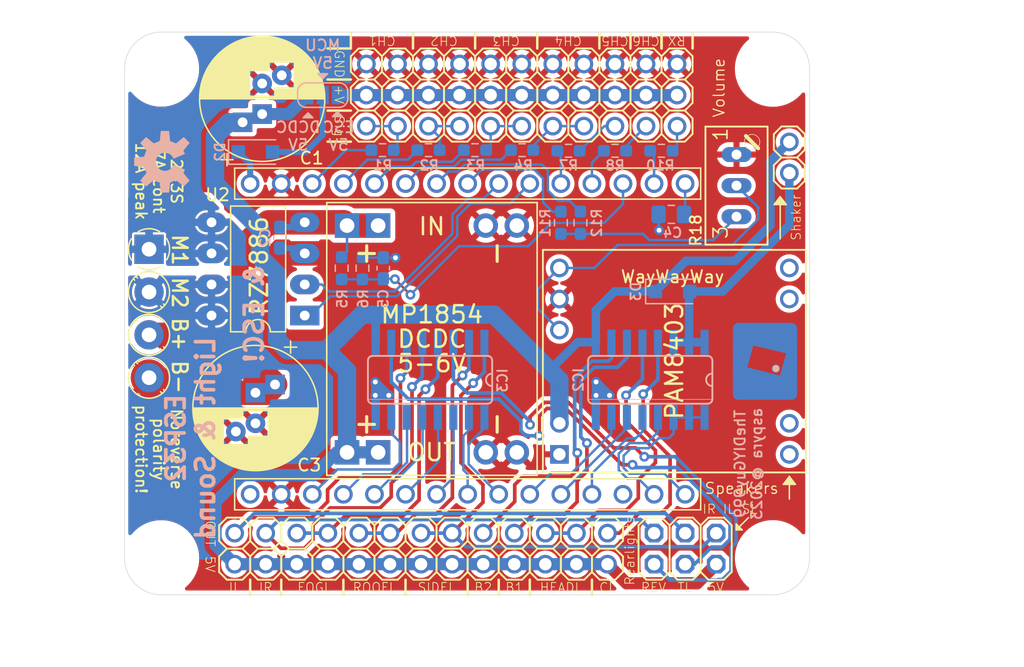
<source format=kicad_pcb>
(kicad_pcb (version 20211014) (generator pcbnew)
  (layers (0 "F.Cu" signal) (31 "B.Cu" signal) (34 "B.Paste" user) (35 "F.Paste" user) (36 "B.SilkS" user "B.Silkscreen") (37 "F.SilkS" user "F.Silkscreen") (38 "B.Mask" user) (39 "F.Mask" user) (44 "Edge.Cuts" user))
  (net 0 "")
  (net 1 "Net-(C4-Pad2)")
  (net 2 "GND")
  (net 3 "/5V")
  (net 4 "/SHAKER")
  (net 5 "/D23")
  (net 6 "/CABINLIGHTS")
  (net 7 "/D22")
  (net 8 "/HEADLIGHTS")
  (net 9 "/BEACONLIGHT1")
  (net 10 "/D3")
  (net 11 "/D21")
  (net 12 "/BEACONLIGHT2")
  (net 13 "/D19")
  (net 14 "/SIDELIGHTS")
  (net 15 "/ROOFLIGHTS")
  (net 16 "/D18")
  (net 17 "/D5")
  (net 18 "/REVERSING")
  (net 19 "/D17")
  (net 20 "/FOGLIGHTS")
  (net 21 "/D16")
  (net 22 "/INDICATOR_R")
  (net 23 "/INDICATOR_L")
  (net 24 "/D4")
  (net 25 "/D2")
  (net 26 "/TAILLIGHTS")
  (net 27 "/D15")
  (net 28 "Net-(IC4-Pad3)")
  (net 29 "Net-(JP1-Pad3)")
  (net 30 "/5V_ESC")
  (net 31 "Net-(JP3-Pad3)")
  (net 32 "Net-(JP5-Pad3)")
  (net 33 "Net-(JP7-Pad3)")
  (net 34 "Net-(JP11-Pad3)")
  (net 35 "Net-(JP12-Pad3)")
  (net 36 "Net-(JP14-Pad3)")
  (net 37 "/D13")
  (net 38 "/D12")
  (net 39 "/D14")
  (net 40 "/D27")
  (net 41 "/D33")
  (net 42 "/D32")
  (net 43 "/D35")
  (net 44 "/D34")
  (net 45 "/D36")
  (net 46 "Net-(R11-Pad1)")
  (net 47 "/D25")
  (net 48 "/D26")
  (net 49 "/D39")
  (net 50 "/D1")
  (net 51 "/3V3")
  (net 52 "+BATT")
  (net 53 "Net-(D2-Pad1)")
  (net 54 "/Motor_FO")
  (net 55 "/Motor_BO")
  (net 56 "/ESP_5V")
  (footprint "RC_Engine_Sound_ESP32:1X02" (layer "F.Cu") (at 57.860097 61.664217 90)
    (fp_text reference "JP31" hide)
    (fp_text value "PINHD-1X2")
  )
  (footprint "RC_Engine_Sound_ESP32:PAM8403_SPEAKERS" (layer "F.Cu") (at 63.330097 46.334217 90)
    (fp_text reference "IC4" hide)
    (fp_text value "PAM8403_NO_SPEAKERS" hide)
  )
  (footprint "MountingHole:MountingHole_3.2mm_M3_DIN965" (layer "F.Cu") (at 21.380097 62.434217)
    (fp_text reference "H2" hide)
    (fp_text value "MountingHole")
  )
  (footprint "RC_Engine_Sound_ESP32:1X03" (layer "F.Cu") (at 50.850097 24.580217 -90)
    (fp_text reference "JP6" hide)
    (fp_text value "PINHD-1X3")
  )
  (footprint "RC_Engine_Sound_ESP32:S64W" (layer "F.Cu") (at 69.680097 31.984217 90)
    (fp_text reference "R18")
    (fp_text value "20k" hide)
  )
  (footprint "Capacitor_THT:CP_Radial_D10.0mm_P2.50mm_P5.00mm" (layer "F.Cu") (at 29.630097 26.134217 90)
    (fp_text reference "C1")
    (fp_text value "470uF")
  )
  (footprint "RC_Engine_Sound_ESP32:1X03" (layer "F.Cu") (at 58.470097 24.580217 -90)
    (fp_text reference "JP11" hide)
    (fp_text value "PINHD-1X3")
  )
  (footprint "RC_Engine_Sound_ESP32:1X03" (layer "F.Cu") (at 45.770097 24.580217 -90)
    (fp_text reference "JP4" hide)
    (fp_text value "PINHD-1X3")
  )
  (footprint "RC_Engine_Sound_ESP32:1X02" (layer "F.Cu") (at 45.160097 61.664217 90)
    (fp_text reference "JP24" hide)
    (fp_text value "PINHD-1X2")
  )
  (footprint "clipboard:6fee0b24-c138-4a4c-a178-f9bde62f029a" (layer "F.Cu") (at 29.285097 38.334217 180)
    (fp_text reference "")
    (fp_text value "")
  )
  (footprint "RC_Engine_Sound_ESP32:1X02" (layer "F.Cu") (at 35.000097 61.664217 90)
    (fp_text reference "JP19" hide)
    (fp_text value "PINHD-1X2")
  )
  (footprint "RC_Engine_Sound_ESP32:DC-DC-STEP-DOWN-MP1584" (layer "F.Cu") (at 43.509097 44.519217 -90)
    (fp_text reference "U$1" hide)
    (fp_text value "DC-DC-STEP-DOWN-MP1584")
  )
  (footprint "RC_Engine_Sound_ESP32:1X03" (layer "F.Cu") (at 55.930097 24.580217 -90)
    (fp_text reference "JP8" hide)
    (fp_text value "PINHD-1X3")
  )
  (footprint "RC_Engine_Sound_ESP32:1X03" (layer "F.Cu") (at 61.010097 24.580217 -90)
    (fp_text reference "JP12" hide)
    (fp_text value "PINHD-1X3")
  )
  (footprint "MountingHole:MountingHole_3.2mm_M3_DIN965" (layer "F.Cu") (at 71.380097 22.434217)
    (fp_text reference "H4" hide)
    (fp_text value "MountingHole")
  )
  (footprint "RC_Engine_Sound_ESP32:2X03" (layer "F.Cu") (at 64.210097 61.664217)
    (fp_text reference "JP20" hide)
    (fp_text value "PINHD-2X3")
  )
  (footprint "MountingHole:MountingHole_3.2mm_M3_DIN965" (layer "F.Cu") (at 71.380097 62.434217)
    (fp_text reference "H3" hide)
    (fp_text value "MountingHole")
  )
  (footprint "RC_Engine_Sound_ESP32:1X03" (layer "F.Cu") (at 40.690097 24.580217 -90)
    (fp_text reference "JP2" hide)
    (fp_text value "PINHD-1X3")
  )
  (footprint "RC_Engine_Sound_ESP32:1X02" (layer "F.Cu") (at 37.540097 61.664217 90)
    (fp_text reference "JP21" hide)
    (fp_text value "PINHD-1X2")
  )
  (footprint "RC_Engine_Sound_ESP32:1X02" (layer "F.Cu") (at 40.080097 61.664217 90)
    (fp_text reference "JP22" hide)
    (fp_text value "PINHD-1X2")
  )
  (footprint "Package_DIP:DIP-8_W7.62mm_LongPads" (layer "F.Cu") (at 33.110097 42.604217 180)
    (fp_text reference "U2")
    (fp_text value "RZ7886")
  )
  (footprint "RC_Engine_Sound_ESP32:1X02" (layer "F.Cu") (at 27.380097 61.664217 90)
    (fp_text reference "JP16" hide)
    (fp_text value "PINHD-1X2")
  )
  (footprint "RC_Engine_Sound_ESP32:1X02" (layer "F.Cu") (at 29.920097 61.664217 90)
    (fp_text reference "JP17" hide)
    (fp_text value "PINHD-1X2")
  )
  (footprint "RC_Engine_Sound_ESP32:1X02" (layer "F.Cu") (at 50.240097 61.664217 90)
    (fp_text reference "JP26" hide)
    (fp_text value "PINHD-1X2")
  )
  (footprint "RC_Engine_Sound_ESP32:1X03" (layer "F.Cu") (at 48.310097 24.580217 -90)
    (fp_text reference "JP5" hide)
    (fp_text value "PINHD-1X3")
  )
  (footprint "TerminalBlock_Phoenix:TerminalBlock_Phoenix_PT-1,5-4-3.5-H_1x04_P3.50mm_Horizontal" (layer "F.Cu") (at 20.380096 37.184389 -90)
    (fp_text reference "J1" hide)
    (fp_text value "IN")
  )
  (footprint "RC_Engine_Sound_ESP32:1X02" (layer "F.Cu") (at 52.780097 61.664217 90)
    (fp_text reference "JP27" hide)
    (fp_text value "PINHD-1X2")
  )
  (footprint "RC_Engine_Sound_ESP32:1X02" (layer "F.Cu") (at 72.730097 29.684217 -90)
    (fp_text reference "JP29" hide)
    (fp_text value "PINHD-1X2")
  )
  (footprint "MountingHole:MountingHole_3.2mm_M3_DIN965" (layer "F.Cu") (at 21.380097 22.434217)
    (fp_text reference "H1" hide)
    (fp_text value "MountingHole")
  )
  (footprint "RC_Engine_Sound_ESP32:1X02" (layer "F.Cu") (at 32.460097 61.664217 90)
    (fp_text reference "JP18" hide)
    (fp_text value "PINHD-1X2")
  )
  (footprint "RC_Engine_Sound_ESP32:1X03" (layer "F.Cu") (at 53.390097 24.580217 -90)
    (fp_text reference "JP7" hide)
    (fp_text value "PINHD-1X3")
  )
  (footprint "RC_Engine_Sound_ESP32:1X03" (layer "F.Cu") (at 38.150097 24.580217 -90)
    (fp_text reference "JP1" hide)
    (fp_text value "PINHD-1X3")
  )
  (footprint "Capacitor_THT:CP_Radial_D10.0mm_P2.50mm_P5.00mm" (layer "F.Cu") (at 29.080097 48.91654 -90)
    (fp_text reference "C3")
    (fp_text value "470uF")
  )
  (footprint "RC_Engine_Sound_ESP32:1X02" (layer "F.Cu") (at 55.320097 61.664217 90)
    (fp_text reference "JP28" hide)
    (fp_text value "PINHD-1X2")
  )
  (footprint "RC_Engine_Sound_ESP32:1X03" (layer "F.Cu") (at 43.230097 24.580217 -90)
    (fp_text reference "JP3" hide)
    (fp_text value "PINHD-1X3")
  )
  (footprint "RC_Engine_Sound_ESP32:ESP32-DEVKITV1" (layer "F.Cu") (at 45.160097 44.519217)
    (fp_text reference "U1" hide)
    (fp_text value "ESP32DEVKITV1")
  )
  (footprint "RC_Engine_Sound_ESP32:1X02" (layer "F.Cu") (at 47.700097 61.664217 90)
    (fp_text reference "JP25" hide)
    (fp_text value "PINHD-1X2")
  )
  (footprint "RC_Engine_Sound_ESP32:1X03" (layer "F.Cu") (at 63.550097 24.580217 -90)
    (fp_text reference "JP14" hide)
    (fp_text value "PINHD-1X3")
  )
  (footprint "RC_Engine_Sound_ESP32:1X02" (layer "F.Cu") (at 42.620097 61.664217 90)
    (fp_text reference "JP23" hide)
    (fp_text value "PINHD-1X2")
  )
  (footprint "RC_Engine_Sound_ESP32:SO16" (layer "B.Cu") (at 61.355097 47.859217 180)
    (fp_text reference "IC2")
    (fp_text value "ULN2003AD")
  )
  (footprint "Resistor_SMD:R_0603_1608Metric_Pad0.98x0.95mm_HandSolder" (layer "B.Cu") (at 55.650612 35.017232 90)
    (fp_text reference "R12")
    (fp_text value "10k")
  )
  (footprint "Resistor_SMD:R_0603_1608Metric_Pad0.98x0.95mm_HandSolder" (layer "B.Cu") (at 50.880097 29.084217)
    (fp_text reference "R4")
    (fp_text value "330R")
  )
  (footprint "RC_Engine_Sound_ESP32:SO16" (layer "B.Cu") (at 43.355097 47.859217 180)
    (fp_text reference "IC3")
    (fp_text value "ULN2003AD")
  )
  (footprint "Resistor_SMD:R_0603_1608Metric_Pad0.98x0.95mm_HandSolder" (layer "B.Cu") (at 47.030097 29.084217)
    (fp_text reference "R3")
    (fp_text value "330R")
  )
  (footprint "Resistor_SMD:R_0603_1608Metric_Pad0.98x0.95mm_HandSolder" (layer "B.Cu") (at 54.050612 35.017232 90)
    (fp_text reference "R11")
    (fp_text value "10k")
  )
  (footprint "Resistor_SMD:R_0603_1608Metric_Pad0.98x0.95mm_HandSolder" (layer "B.Cu") (at 62.267597 29.134217)
    (fp_text reference "R10")
    (fp_text value "330R")
  )
  (footprint "Jumper:SolderJumper-3_P1.3mm_Open_RoundedPad1.0x1.5mm" (layer "B.Cu") (at 34.580097 24.584217 180)
    (fp_text reference "JP30" hide)
    (fp_text value "5V JUMPER")
  )
  (footprint "Resistor_SMD:R_0603_1608Metric_Pad0.98x0.95mm_HandSolder" (layer "B.Cu") (at 54.680097 29.134217)
    (fp_text reference "R7")
    (fp_text value "330R")
  )
  (footprint "Capacitor_SMD:C_0603_1608Metric_Pad1.08x0.95mm_HandSolder" (layer "B.Cu") (at 39.530097 38.734217 90)
    (fp_text reference "C5")
    (fp_text value "~")
  )
  (footprint "Diode_SMD:D_SOD-123F" (layer "B.Cu") (at 63.180097 40.634217)
    (fp_text reference "D3")
    (fp_text value "SS14")
  )
  (footprint "RC_Engine_Sound_ESP32:OSHW-LOGO-M" (layer "B.Cu") (at 21.680097 30.034217 -90)
    (fp_text reference "LOGO1" hide)
    (fp_text value "OSHW-LOGOM" hide)
  )
  (footprint "Diode_SMD:D_SOD-123F" (layer "B.Cu") (at 29.080097 29.234217)
    (fp_text reference "D2")
    (fp_text value "SS14")
  )
  (footprint "Resistor_SMD:R_0603_1608Metric_Pad0.98x0.95mm_HandSolder" (layer "B.Cu") (at 58.480097 29.134217)
    (fp_text reference "R8")
    (fp_text value "330R")
  )
  (footprint "Resistor_SMD:R_0603_1608Metric_Pad0.98x0.95mm_HandSolder" (layer "B.Cu") (at 37.830097 38.734217 -90)
    (fp_text reference "R6")
    (fp_text value "330R")
  )
  (footprint "Capacitor_SMD:C_0805_2012Metric_Pad1.18x1.45mm_HandSolder" (layer "B.Cu") (at 63.080097 34.334217)
    (fp_text reference "C4")
    (fp_text value "2.2uF, 25V")
  )
  (footprint "Resistor_SMD:R_0603_1608Metric_Pad0.98x0.95mm_HandSolder" (layer "B.Cu") (at 36.130097 38.734217 90)
    (fp_text reference "R5")
    (fp_text value "330R")
  )
  (footprint "Resistor_SMD:R_0603_1608Metric_Pad0.98x0.95mm_HandSolder" (layer "B.Cu") (at 43.230097 29.084217)
    (fp_text reference "R2")
    (fp_text value "330R")
  )
  (footprint "Resistor_SMD:R_0603_1608Metric_Pad0.98x0.95mm_HandSolder" (layer "B.Cu") (at 39.467597 29.084217)
    (fp_text reference "R1")
    (fp_text value "330R")
  )
  (footprint "Capacitor_SMD:C_0603_1608Metric_Pad1.08x0.95mm_HandSolder" (layer "B.Cu") (at 31.080097 36.234217 -90)
    (fp_text reference "C2")
    (fp_text value "100n")
  )
  (footprint "AS_global:logo" (layer "B.Cu") (at 70.680097 46.334217 -90)
    (fp_text reference "H5" hide)
    (fp_text value "Logo" hide)
  )
  (gr_poly (pts (xy 33.380097 26.034217) (xy 33.780097 26.434217) (xy 32.980097 26.434217)) (layer "B.SilkS") (width 0.12) (fill solid))
  (gr_poly (pts (xy 34.580097 23.234217) (xy 34.180097 22.834217) (xy 34.980097 22.834217)) (layer "B.SilkS") (width 0.12) (fill solid))
  (gr_poly (pts (xy 35.780097 25.934217) (xy 36.180097 26.334217) (xy 35.380097 26.334217)) (layer "B.SilkS") (width 0.12) (fill solid))
  (gr_line (start 36.270097 65.474217) (end 36.270097 64.204217) (layer "F.SilkS") (width 0.2032))
  (gr_line (start 46.430097 65.474217) (end 46.430097 64.204217) (layer "F.SilkS") (width 0.2032))
  (gr_line (start 36.884097 23.310217) (end 34.979097 23.310217) (layer "F.SilkS") (width 0.2032))
  (gr_line (start 41.350097 65.474217) (end 41.350097 64.204217) (layer "F.SilkS") (width 0.2032))
  (gr_line (start 36.884097 28.390217) (end 34.979097 28.390217) (layer "F.SilkS") (width 0.2032))
  (gr_line (start 47.040097 20.770217) (end 47.040097 19.500217) (layer "F.SilkS") (width 0.2032))
  (gr_line (start 52.120097 20.770217) (end 52.120097 19.500217) (layer "F.SilkS") (width 0.2032))
  (gr_line (start 59.740097 20.770217) (end 59.740097 19.500217) (layer "F.SilkS") (width 0.2032))
  (gr_line (start 31.190097 65.474217) (end 31.190097 64.204217) (layer "F.SilkS") (width 0.2032))
  (gr_line (start 51.510097 65.474217) (end 51.510097 64.204217) (layer "F.SilkS") (width 0.2032))
  (gr_line (start 62.280097 20.770217) (end 62.280097 19.500217) (layer "F.SilkS") (width 0.2032))
  (gr_line (start 41.960097 20.770217) (end 41.960097 19.500217) (layer "F.SilkS") (width 0.2032))
  (gr_poly (pts (xy 73.230097 56.409217) (xy 72.230097 56.409217) (xy 72.730097 55.759217)) (layer "F.SilkS") (width 0.12) (fill solid))
  (gr_line (start 36.880097 20.770217) (end 36.880097 19.500217) (layer "F.SilkS") (width 0.2032))
  (gr_poly (pts (xy 68.880097 60.134217) (xy 68.380097 60.134217) (xy 68.380097 59.634217)) (layer "F.SilkS") (width 0.12) (fill solid))
  (gr_line (start 28.650097 65.474217) (end 28.650097 64.204217) (layer "F.SilkS") (width 0.2032))
  (gr_line (start 36.884097 25.850217) (end 34.979097 25.850217) (layer "F.SilkS") (width 0.2032))
  (gr_line (start 36.884097 20.770217) (end 34.979097 20.770217) (layer "F.SilkS") (width 0.2032))
  (gr_line (start 71.980097 36.334217) (end 71.980097 32.884217) (layer "F.SilkS") (width 0.12))
  (gr_poly (pts (xy 72.480097 33.534217) (xy 71.480097 33.534217) (xy 71.980097 32.884217)) (layer "F.SilkS") (width 0.12) (fill solid))
  (gr_line (start 69.380097 59.134217) (end 68.380097 60.134217) (layer "F.SilkS") (width 0.12))
  (gr_line (start 72.730097 57.609217) (end 72.730097 55.759217) (layer "F.SilkS") (width 0.12))
  (gr_line (start 64.820097 20.770217) (end 64.820097 19.500217) (layer "F.SilkS") (width 0.2032))
  (gr_line (start 57.200097 20.770217) (end 57.200097 19.500217) (layer "F.SilkS") (width 0.2032))
  (gr_line (start 48.970097 65.474217) (end 48.970097 64.204217) (layer "F.SilkS") (width 0.2032))
  (gr_line (start 62.280097 20.770217) (end 62.280097 19.500217) (layer "F.SilkS") (width 0.2032))
  (gr_line (start 56.590097 65.474217) (end 56.590097 64.204217) (layer "F.SilkS") (width 0.2032))
  (gr_arc locked (start 18.380097 22.434217) (mid 19.258777 20.312897) (end 21.380097 19.434217) (layer "Edge.Cuts") (width 0.05))
  (gr_line locked (start 21.380097 65.434217) (end 71.380097 65.434217) (layer "Edge.Cuts") (width 0.05))
  (gr_arc locked (start 74.380097 62.434217) (mid 73.501417 64.555537) (end 71.380097 65.434217) (layer "Edge.Cuts") (width 0.05))
  (gr_line locked (start 74.380097 22.434217) (end 74.380097 62.434217) (layer "Edge.Cuts") (width 0.05))
  (gr_line locked (start 18.380097 22.434217) (end 18.380097 62.434217) (layer "Edge.Cuts") (width 0.05))
  (gr_arc locked (start 71.380097 19.434217) (mid 73.501417 20.312897) (end 74.380097 22.434217) (layer "Edge.Cuts") (width 0.05))
  (gr_line locked (start 71.380097 19.434217) (end 21.380097 19.434217) (layer "Edge.Cuts") (width 0.05))
  (gr_arc locked (start 21.380097 65.434217) (mid 19.258777 64.555537) (end 18.380097 62.434217) (layer "Edge.Cuts") (width 0.05))
  (gr_text "& ESC!" (at 28.980097 42.434217 90) (layer "B.SilkS") (effects (font (size 1.5 1.5) (thickness 0.3)) (justify mirror)))
  (gr_text "DCDC\n5V" (at 32.580097 27.934217) (layer "B.SilkS") (effects (font (size 0.9 0.9)) (justify mirror)))
  (gr_text "MCU\n5V" (at 34.580097 21.234217) (layer "B.SilkS") (effects (font (size 0.9 0.9)) (justify mirror)))
  (gr_text "ESC\n5V" (at 35.880097 27.934217) (layer "B.SilkS") (effects (font (size 0.9 0.9)) (justify mirror)))
  (gr_text "ESP32\nLight & Sound" (at 23.780097 52.634217 90) (layer "B.SilkS") (effects (font (size 1.5 1.5) (thickness 0.3)) (justify mirror)))
  (gr_text "TheDIYGuy999\naspyra @2023" (at 69.380097 54.734217 90) (layer "B.SilkS") (effects (font (size 0.85 0.85)) (justify mirror)))
  (gr_text "IL" (at 27.380097 64.839217) (layer "F.SilkS") (effects (font (size 0.747776 0.747776) (thickness 0.065024))))
  (gr_text "5V" (at 25.380097 62.934217 270) (layer "F.SilkS") (effects (font (size 0.747776 0.747776) (thickness 0.065024))))
  (gr_text "ROOFL" (at 38.810097 64.839217) (layer "F.SilkS") (effects (font (size 0.747776 0.747776) (thickness 0.065024))))
  (gr_text "CH3" (at 49.580097 20.134217 180) (layer "F.SilkS") (effects (font (size 0.747776 0.747776) (thickness 0.065024))))
  (gr_text "Shaker" (at 73.280097 34.584217 90) (layer "F.SilkS") (effects (font (size 0.747776 0.747776) (thickness 0.065024))))
  (gr_text "HEADL" (at 54.050097 64.839217) (layer "F.SilkS") (effects (font (size 0.747776 0.747776) (thickness 0.065024))))
  (gr_text "REV" (at 61.630097 64.839217) (layer "F.SilkS") (effects (font (size 0.747776 0.747776) (thickness 0.065024))))
  (gr_text "CH4" (at 54.650097 20.134217 180) (layer "F.SilkS") (effects (font (size 0.747776 0.747776) (thickness 0.065024))))
  (gr_text "RX" (at 63.520097 20.134217 180) (layer "F.SilkS") (effects (font (size 0.747776 0.747776) (thickness 0.065024))))
  (gr_text "Rearlights" (at 59.680097 61.834217 90) (layer "F.SilkS") (effects (font (size 0.747776 0.747776) (thickness 0.065024))))
  (gr_text "TL" (at 64.170097 64.839217) (layer "F.SilkS") (effects (font (size 0.747776 0.747776) (thickness 0.065024))))
  (gr_text "M2" (at 22.880097 40.734217 270) (layer "F.SilkS") (effects (font (size 1.2 1.2) (thickness 0.2))))
  (gr_text "SIDEL" (at 43.890097 64.839217) (layer "F.SilkS") (effects (font (size 0.747776 0.747776) (thickness 0.065024))))
  (gr_text "SL" (at 69.480097 58.434217) (layer "F.SilkS") (effects (font (size 0.747776 0.747776) (thickness 0.065024))))
  (gr_text "OUT" (at 25.380097 60.434217 270) (layer "F.SilkS") (effects (font (size 0.747776 0.747776) (thickness 0.065024))))
  (gr_text "IR" (at 66.180097 58.434217) (layer "F.SilkS") (effects (font (size 0.747776 0.747776) (thickness 0.065024))))
  (gr_text "IL" (at 67.780097 58.434217) (layer "F.SilkS") (effects (font (size 0.747776 0.747776) (thickness 0.065024))))
  (gr_text "B1" (at 50.240097 64.839217) (layer "F.SilkS") (effects (font (size 0.747776 0.747776) (thickness 0.065024))))
  (gr_text "5V" (at 66.710097 64.839217) (layer "F.SilkS") (effects (font (size 0.747776 0.747776) (thickness 0.065024))))
  (gr_text "FOGL" (at 32.460097 64.839217) (layer "F.SilkS") (effects (font (size 0.747776 0.747776) (thickness 0.065024)) (justify left)))
  (gr_text "GND" (at 35.931597 22.040217 270) (layer "F.SilkS") (effects (font (size 0.747776 0.747776) (thickness 0.065024))))
  (gr_text "CH6" (at 61.010097 20.134217 180) (layer "F.SilkS") (effects (font (size 0.747776 0.747776) (thickness 0.065024))))
  (gr_text "Sig" (at 35.931597 27.120217 270) (layer "F.SilkS") (effects (font (size 0.747776 0.747776) (thickness 0.065024))))
  (gr_text "M1" (at 22.880097 37.234217 270) (layer "F.SilkS") (effects (font (size 1.2 1.2) (thickness 0.2))))
  (gr_text "CH1" (at 39.420097 20.134217 180) (layer "F.SilkS") (effects (font (size 0.747776 0.747776) (thickness 0.065024))))
  (gr_text "B2" (at 47.700097 64.839217) (layer "F.SilkS") (effects (font (size 0.747776 0.747776) (thickness 0.065024))))
  (gr_text "+V" (at 35.931597 24.534217 270) (layer "F.SilkS") (effects (font (size 0.747776 0.747776) (thickness 0.065024))))
  (gr_text "CH5" (at 58.470097 20.134217 180) (layer "F.SilkS") (effects (font (size 0.747776 0.747776) (thickness 0.065024))))
  (gr_text "IR" (at 29.920097 64.839217) (layer "F.SilkS") (effects (font (size 0.747776 0.747776) (thickness 0.065024))))
  (gr_text "CH2" (at 44.500097 20.134217 180) (layer "F.SilkS") (effects (font (size 0.747776 0.747776) (thickness 0.065024))))
  (gr_text "Volume" (at 66.980097 23.984217 90) (layer "F.SilkS") (effects (font (size 0.9 0.9) (thickness 0.1))))
  (gr_text "WayWayWay" (at 63.180097 39.434217) (layer "F.SilkS") (effects (font (size 1 1))))
  (gr_text "Noreverse\npolarity\nprotection!" (at 21.180097 53.534217 270) (layer "F.SilkS") (effects (font (size 0.9 0.9))))
  (gr_text "B-" (at 22.880097 47.634217 270) (layer "F.SilkS") (effects (font (size 1.2 1.2) (thickness 0.2))))
  (gr_text "CL" (at 57.860097 64.839217) (layer "F.SilkS") (effects (font (size 0.747776 0.747776) (thickness 0.065024))))
  (gr_text "Speakers" (at 68.830097 56.734217) (layer "F.SilkS") (effects (font (size 0.9 0.9) (thickness 0.1))))
  (gr_text "B+" (at 22.880097 44.134217 270) (layer "F.SilkS") (effects (font (size 1.2 1.2) (thickness 0.2))))
  (gr_text "2-3S\n7A cont\n12A peak" (at 21.180097 31.634217 270) (layer "F.SilkS") (effects (font (size 0.9 0.9))))
  (segment (start 64.210097 34.241717) (end 64.210097 31.819217) (width 0.2) (layer "B.Cu") (net 1))
  (segment (start 64.117597 34.334217) (end 64.210097 34.241717) (width 0.2) (layer "B.Cu") (net 1))
  (segment (start 33.079617 46.633737) (end 30.610586 44.164706) (width 2) (layer "F.Cu") (net 2))
  (segment (start 40.980097 34.034217) (end 40.180577 33.234697) (width 0.7) (layer "F.Cu") (net 2))
  (segment (start 24.029924 51.334217) (end 24.080097 51.334217) (width 3) (layer "F.Cu") (net 2))
  (segment (start 20.380096 47.684389) (end 24.029924 51.334217) (width 3) (layer "F.Cu") (net 2))
  (segment (start 31.390097 37.524217) (end 34.770097 37.524217) (width 2) (layer "F.Cu") (net 2))
  (segment (start 30.610586 44.164706) (end 30.610586 38.303728) (width 2) (layer "F.Cu") (net 2))
  (segment (start 33.079617 49.434697) (end 33.079617 46.633737) (width 2) (layer "F.Cu") (net 2))
  (segment (start 34.770097 37.524217) (end 34.780097 37.534217) (width 2) (layer "F.Cu") (net 2))
  (segment (start 40.180577 33.234697) (end 27.580577 33.234697) (width 0.7) (layer "F.Cu") (net 2))
  (segment (start 30.610586 38.303728) (end 31.390097 37.524217) (width 2) (layer "F.Cu") (net 2))
  (segment (start 31.580097 50.934217) (end 33.079617 49.434697) (width 2) (layer "F.Cu") (net 2))
  (segment (start 27.580577 33.234697) (end 26.880097 32.534217) (width 0.7) (layer "F.Cu") (net 2))
  (via (at 58.030097 49.134217) (size 0.8) (drill 0.4) (layers "F.Cu" "B.Cu") (net 2))
  (via (at 56.930097 48.034217) (size 0.8) (drill 0.4) (layers "F.Cu" "B.Cu") (net 2))
  (via (at 38.880097 48.034217) (size 0.8) (drill 0.4) (layers "F.Cu" "B.Cu") (net 2))
  (via (at 56.930097 49.134217) (size 0.8) (drill 0.4) (layers "F.Cu" "B.Cu") (net 2))
  (via (at 40.530097 37.884217) (size 0.8) (drill 0.4) (layers "F.Cu" "B.Cu") (net 2))
  (via (at 39.980097 49.134217) (size 0.8) (drill 0.4) (layers "F.Cu" "B.Cu") (net 2))
  (via (at 62.080097 35.634217) (size 0.8) (drill 0.4) (layers "F.Cu" "B.Cu") (net 2))
  (via (at 38.880097 49.134217) (size 0.8) (drill 0.4) (layers "F.Cu" "B.Cu") (net 2))
  (segment (start 39.530097 37.871717) (end 37.880097 37.871717) (width 0.2) (layer "B.Cu") (net 2))
  (segment (start 56.910097 50.932617) (end 56.910097 49.154217) (width 0.7) (layer "B.Cu") (net 2))
  (segment (start 32.682597 37.096717) (end 33.110097 37.524217) (width 0.5) (layer "B.Cu") (net 2))
  (segment (start 38.910097 49.164217) (end 38.880097 49.134217) (width 0.7) (layer "B.Cu") (net 2))
  (segment (start 38.910097 50.932617) (end 38.910097 49.164217) (width 0.7) (layer "B.Cu") (net 2))
  (segment (start 56.960097 49.164217) (end 56.930097 49.134217) (width 0.7) (layer "B.Cu") (net 2))
  (segment (start 56.930097 48.034217) (end 56.930097 49.134217) (width 0.7) (layer "B.Cu") (net 2))
  (segment (start 39.530097 37.871717) (end 40.517597 37.871717) (width 0.2) (layer "B.Cu") (net 2))
  (segment (start 62.042597 35.596717) (end 62.080097 35.634217) (width 0.25) (layer "B.Cu") (net 2))
  (segment (start 31.080097 37.096717) (end 32.682597 37.096717) (width 0.5) (layer "B.Cu") (net 2))
  (segment (start 38.880097 48.034217) (end 38.880097 49.134217) (width 0.7) (layer "B.Cu") (net 2))
  (segment (start 56.910097 49.154217) (end 56.930097 49.134217) (width 0.7) (layer "B.Cu") (net 2))
  (segment (start 39.980097 49.134217) (end 38.880097 49.134217) (width 0.7) (layer "B.Cu") (net 2))
  (segment (start 58.030097 49.134217) (end 56.930097 49.134217) (width 0.7) (layer "B.Cu") (net 2))
  (segment (start 39.980097 49.134217) (end 38.880097 48.034217) (width 0.7) (layer "B.Cu") (net 2))
  (segment (start 62.042597 34.334217) (end 62.042597 35.596717) (width 0.25) (layer "B.Cu") (net 2))
  (segment (start 58.030097 49.134217) (end 56.930097 48.034217) (width 0.7) (layer "B.Cu") (net 2))
  (segment (start 37.880097 37.871717) (end 37.830097 37.821717) (width 0.2) (layer "B.Cu") (net 2))
  (segment (start 40.517597 37.871717) (end 40.530097 37.884217) (width 0.2) (layer "B.Cu") (net 2))
  (segment (start 59.421617 64.495737) (end 65.188577 64.495737) (width 1) (layer "F.Cu") (net 3))
  (segment (start 57.860097 62.934217) (end 59.421617 64.495737) (width 1) (layer "F.Cu") (net 3))
  (segment (start 65.188577 64.495737) (end 66.750097 62.934217) (width 1) (layer "F.Cu") (net 3))
  (segment (start 29.455577 35.509697) (end 29.455577 37.829818) (width 1.5) (layer "B.Cu") (net 3))
  (segment (start 29.680097 26.184217) (end 29.630097 26.134217) (width 1) (layer "B.Cu") (net 3))
  (segment (start 38.910097 44.785817) (end 38.910097 42.604217) (width 0.7) (layer "B.Cu") (net 3))
  (segment (start 35.724097 53.790217) (end 36.569097 53.790217) (width 1) (layer "B.Cu") (net 3))
  (segment (start 38.980097 42.534217) (end 48.580097 42.534217) (width 1.5) (layer "B.Cu") (net 3))
  (segment (start 53.932097 47.886217) (end 53.932097 51.414217) (width 1.5) (layer "B.Cu") (net 3))
  (segment (start 31.680097 45.434217) (end 34.880097 45.434217) (width 1.5) (layer "B.Cu") (net 3))
  (segment (start 28.030097 26.805154) (end 26.910138 26.805154) (width 1.5) (layer "B.Cu") (net 3))
  (segment (start 48.580097 42.534217) (end 53.130097 47.084217) (width 1.5) (layer "B.Cu") (net 3))
  (segment (start 33.856608 55.657706) (end 35.724097 53.790217) (width 1) (layer "B.Cu") (net 3))
  (segment (start 25.780097 31.834217) (end 29.455577 35.509697) (width 1.5) (layer "B.Cu") (net 3))
  (segment (start 31.780097 26.134217) (end 33.330097 24.584217) (width 1) (layer "B.Cu") (net 3))
  (segment (start 29.455577 37.829818) (end 30.860586 39.234827) (width 1.5) (layer "B.Cu") (net 3))
  (segment (start 29.630097 26.134217) (end 31.780097 26.134217) (width 1) (layer "B.Cu") (net 3))
  (segment (start 56.910097 44.785817) (end 55.428497 44.785817) (width 0.7) (layer "B.Cu") (net 3))
  (segment (start 25.818586 57.842417) (end 28.003297 55.657706) (width 1) (layer "B.Cu") (net 3))
  (segment (start 30.860586 39.234827) (end 30.860586 44.614706) (width 1.5) (layer "B.Cu") (net 3))
  (segment (start 28.003297 55.657706) (end 33.856608 55.657706) (width 1) (layer "B.Cu") (net 3))
  (segment (start 30.860586 44.614706) (end 31.680097 45.434217) (width 1.5) (layer "B.Cu") (net 3))
  (segment (start 58.445697 40.634217) (end 61.780097 40.634217) (width 0.7) (layer "B.Cu") (net 3))
  (segment (start 55.428497 44.785817) (end 53.130097 47.084217) (width 0.7) (layer "B.Cu") (net 3))
  (segment (start 34.880097 45.434217) (end 36.569097 47.123217) (width 1.5) (layer "B.Cu") (net 3))
  (segment (start 36.569097 47.123217) (end 36.569097 53.790217) (width 1.5) (layer "B.Cu") (net 3))
  (segment (start 27.380097 62.934217) (end 25.818586 61.372706) (width 1) (layer "B.Cu") (net 3))
  (segment (start 39.109097 53.790217) (end 36.569097 53.790217) (width 1) (layer "B.Cu") (net 3))
  (segment (start 68.280097 38.134217) (end 71.180097 35.234217) (width 0.7) (layer "B.Cu") (net 3))
  (segment (start 56.910097 44.785817) (end 56.910097 42.169817) (width 0.7) (layer "B.Cu") (net 3))
  (segment (start 25.780097 27.935195) (end 25.780097 31.834217) (width 1.5) (layer "B.Cu") (net 3))
  (segment (start 71.180097 29.964217) (end 72.730097 28.414217) (width 0.7) (layer "B.Cu") (net 3))
  (segment (start 61.780097 40.634217) (end 64.280097 38.134217) (width 0.7) (layer "B.Cu") (net 3))
  (segment (start 64.280097 38.134217) (end 68.280097 38.134217) (width 0.7) (layer "B.Cu") (net 3))
  (segment (start 34.880097 45.434217) (end 37.780097 42.534217) (width 1.5) (layer "B.Cu") (net 3))
  (segment (start 26.910138 26.805154) (end 25.780097 27.935195) (width 1.5) (layer "B.Cu") (net 3))
  (segment (start 71.180097 35.234217) (end 71.180097 29.964217) (width 0.7) (layer "B.Cu") (net 3))
  (segment (start 53.130097 47.084217) (end 53.932097 47.886217) (width 1.5) (layer "B.Cu") (net 3))
  (segment (start 56.910097 42.169817) (end 58.445697 40.634217) (width 0.7) (layer "B.Cu") (net 3))
  (segment (start 37.780097 42.534217) (end 38.980097 42.534217) (width 1.5) (layer "B.Cu") (net 3))
  (segment (start 25.818586 61.372706) (end 25.818586 57.842417) (width 1) (layer "B.Cu") (net 3))
  (segment (start 57.860097 62.934217) (end 27.380097 62.934217) (width 1) (layer "B.Cu") (net 3))
  (segment (start 38.910097 42.604217) (end 38.980097 42.534217) (width 0.7) (layer "B.Cu") (net 3))
  (segment (start 67.280097 40.634217) (end 72.730097 35.184217) (width 0.7) (layer "B.Cu") (net 4))
  (segment (start 64.580097 40.634217) (end 67.280097 40.634217) (width 0.7) (layer "B.Cu") (net 4))
  (segment (start 64.530097 44.785817) (end 65.800097 44.785817) (width 0.7) (layer "B.Cu") (net 4))
  (segment (start 72.730097 35.184217) (end 72.730097 30.954217) (width 0.7) (layer "B.Cu") (net 4))
  (segment (start 64.530097 40.684217) (end 64.580097 40.634217) (width 0.7) (layer "B.Cu") (net 4))
  (segment (start 63.260097 44.785817) (end 64.530097 44.785817) (width 0.7) (layer "B.Cu") (net 4))
  (segment (start 64.530097 44.785817) (end 64.530097 40.684217) (width 0.7) (layer "B.Cu") (net 4))
  (segment (start 62.045103 52.634217) (end 62.880097 52.634217) (width 0.2) (layer "B.Cu") (net 5))
  (segment (start 59.179617 55.068731) (end 59.179617 54.064709) (width 0.2) (layer "B.Cu") (net 5))
  (segment (start 61.230097 53.449223) (end 62.045103 52.634217) (width 0.2) (layer "B.Cu") (net 5))
  (segment (start 63.260097 52.254217) (end 63.260097 50.932617) (width 0.2) (layer "B.Cu") (net 5))
  (segment (start 59.795103 53.449223) (end 61.230097 53.449223) (width 0.2) (layer "B.Cu") (net 5))
  (segment (start 59.645584 55.534698) (end 59.179617 55.068731) (width 0.2) (layer "B.Cu") (net 5))
  (segment (start 64.210097 57.219217) (end 62.525577 55.534697) (width 0.2) (layer "B.Cu") (net 5))
  (segment (start 62.880097 52.634217) (end 63.260097 52.254217) (width 0.2) (layer "B.Cu") (net 5))
  (segment (start 62.525577 55.534697) (end 59.645584 55.534698) (width 0.2) (layer "B.Cu") (net 5))
  (segment (start 59.179617 54.064709) (end 59.795103 53.449223) (width 0.2) (layer "B.Cu") (net 5))
  (segment (start 64.530097 56.899217) (end 64.210097 57.219217) (width 0.2) (layer "B.Cu") (net 5))
  (segment (start 64.530097 50.932617) (end 65.800097 50.932617) (width 0.2) (layer "B.Cu") (net 5))
  (segment (start 64.530097 50.932617) (end 63.260097 50.932617) (width 0.2) (layer "B.Cu") (net 5))
  (segment (start 62.280097 58.734217) (end 60.480097 58.734217) (width 0.3) (layer "F.Cu") (net 6))
  (segment (start 60.680097 49.034217) (end 60.780097 49.034217) (width 0.3) (layer "F.Cu") (net 6))
  (segment (start 60.780097 49.034217) (end 60.780097 51.927789) (width 0.3) (layer "F.Cu") (net 6))
  (segment (start 60.780097 51.927789) (end 62.980097 54.127789) (width 0.3) (layer "F.Cu") (net 6))
  (segment (start 58.820097 60.394217) (end 57.860097 60.394217) (width 0.3) (layer "F.Cu") (net 6))
  (segment (start 62.980097 54.127789) (end 62.980097 58.034217) (width 0.3) (layer "F.Cu") (net 6))
  (segment (start 60.480097 58.734217) (end 58.820097 60.394217) (width 0.3) (layer "F.Cu") (net 6))
  (segment (start 62.980097 58.034217) (end 62.280097 58.734217) (width 0.3) (layer "F.Cu") (net 6))
  (via (at 60.780097 49.034217) (size 0.8) (drill 0.4) (layers "F.Cu" "B.Cu") (net 6))
  (segment (start 61.990097 47.824217) (end 60.780097 49.034217) (width 0.3) (layer "B.Cu") (net 6))
  (segment (start 61.990097 44.785817) (end 61.990097 47.824217) (width 0.3) (layer "B.Cu") (net 6))
  (segment (start 60.385097 55.934217) (end 59.480097 55.934217) (width 0.2) (layer "B.Cu") (net 7))
  (segment (start 61.990097 56.899217) (end 61.670097 57.219217) (width 0.2) (layer "B.Cu") (net 7))
  (segment (start 59.645103 53.034217) (end 61.080097 53.034217) (width 0.2) (layer "B.Cu") (net 7))
  (segment (start 62.015097 56.874217) (end 61.670097 57.219217) (width 0.2) (layer "B.Cu") (net 7))
  (segment (start 61.670097 57.219217) (end 60.385097 55.934217) (width 0.2) (layer "B.Cu") (net 7))
  (segment (start 59.480097 55.934217) (end 58.780097 55.234217) (width 0.2) (layer "B.Cu") (net 7))
  (segment (start 58.780097 55.234217) (end 58.780097 53.899223) (width 0.2) (layer "B.Cu") (net 7))
  (segment (start 61.990097 52.124217) (end 61.990097 50.932617) (width 0.2) (layer "B.Cu") (net 7))
  (segment (start 61.080097 53.034217) (end 61.990097 52.124217) (width 0.2) (layer "B.Cu") (net 7))
  (segment (start 58.780097 53.899223) (end 59.645103 53.034217) (width 0.2) (layer "B.Cu") (net 7))
  (segment (start 55.320097 60.394217) (end 57.180097 58.534217) (width 0.3) (layer "F.Cu") (net 8))
  (segment (start 60.380097 56.034217) (end 61.780097 54.634217) (width 0.3) (layer "F.Cu") (net 8))
  (segment (start 61.780097 54.634217) (end 61.780097 53.634217) (width 0.3) (layer "F.Cu") (net 8))
  (segment (start 59.380097 51.234217) (end 59.380097 49.134217) (width 0.3) (layer "F.Cu") (net 8))
  (segment (start 60.380097 57.541132) (end 60.380097 56.034217) (width 0.3) (layer "F.Cu") (net 8))
  (segment (start 57.180097 58.534217) (end 59.387012 58.534217) (width 0.3) (layer "F.Cu") (net 8))
  (segment (start 61.780097 53.634217) (end 59.380097 51.234217) (width 0.3) (layer "F.Cu") (net 8))
  (segment (start 59.387012 58.534217) (end 60.380097 57.541132) (width 0.3) (layer "F.Cu") (net 8))
  (via (at 59.380097 49.134217) (size 0.8) (drill 0.4) (layers "F.Cu" "B.Cu") (net 8))
  (segment (start 60.720097 47.794217) (end 59.380097 49.134217) (width 0.3) (layer "B.Cu") (net 8))
  (segment (start 60.720097 44.785817) (end 60.720097 47.794217) (width 0.3) (layer "B.Cu") (net 8))
  (segment (start 52.780097 60.394217) (end 55.320097 60.394217) (width 0.3) (layer "B.Cu") (net 8))
  (segment (start 55.380097 56.134217) (end 56.180097 55.334217) (width 0.3) (layer "F.Cu") (net 9))
  (segment (start 55.380097 56.134217) (end 55.380097 57.834217) (width 0.3) (layer "F.Cu") (net 9))
  (segment (start 51.800097 58.834217) (end 50.240097 60.394217) (width 0.3) (layer "F.Cu") (net 9))
  (segment (start 55.380097 57.834217) (end 54.380097 58.834217) (width 0.3) (layer "F.Cu") (net 9))
  (segment (start 54.380097 58.834217) (end 51.800097 58.834217) (width 0.3) (layer "F.Cu") (net 9))
  (segment (start 56.180097 55.334217) (end 56.180097 53.034217) (width 0.3) (layer "F.Cu") (net 9))
  (via (at 56.180097 53.034217) (size 0.8) (drill 0.4) (layers "F.Cu" "B.Cu") (net 9))
  (segment (start 59.450097 46.064217) (end 58.780097 46.734217) (width 0.3) (layer "B.Cu") (net 9))
  (segment (start 55.679617 47.941125) (end 55.679617 52.533737) (width 0.3) (layer "B.Cu") (net 9))
  (segment (start 59.450097 44.785817) (end 59.450097 46.064217) (width 0.3) (layer "B.Cu") (net 9))
  (segment (start 57.080097 46.834217) (end 56.786525 46.834217) (width 0.3) (layer "B.Cu") (net 9))
  (segment (start 55.683311 47.937431) (end 55.679617 47.941125) (width 0.3) (layer "B.Cu") (net 9))
  (segment (start 55.679617 52.533737) (end 56.180097 53.034217) (width 0.3) (layer "B.Cu") (net 9))
  (segment (start 56.786525 46.834217) (end 55.683311 47.937431) (width 0.3) (layer "B.Cu") (net 9))
  (segment (start 58.680097 46.834217) (end 57.080097 46.834217) (width 0.3) (layer "B.Cu") (net 9))
  (segment (start 58.780097 46.734217) (end 58.680097 46.834217) (width 0.3) (layer "B.Cu") (net 9))
  (segment (start 60.180097 52.634217) (end 60.720097 52.094217) (width 0.2) (layer "B.Cu") (net 10))
  (segment (start 56.590097 55.524217) (end 59.480097 52.634217) (width 0.2) (layer "B.Cu") (net 10))
  (segment (start 56.590097 57.219217) (end 56.590097 55.524217) (width 0.2) (layer "B.Cu") (net 10))
  (segment (start 59.480097 52.634217) (end 60.180097 52.634217) (width 0.2) (layer "B.Cu") (net 10))
  (segment (start 60.720097 52.094217) (end 60.720097 50.932617) (width 0.2) (layer "B.Cu") (net 10))
  (segment (start 54.050097 57.219217) (end 59.335097 51.934217) (width 0.2) (layer "B.Cu") (net 11))
  (segment (start 59.335097 51.934217) (end 59.380097 51.934217) (width 0.2) (layer "B.Cu") (net 11))
  (segment (start 50.280097 56.434217) (end 50.280097 57.814217) (width 0.3) (layer "F.Cu") (net 12))
  (segment (start 54.880097 55.734217) (end 50.980097 55.734217) (width 0.3) (layer "F.Cu") (net 12))
  (segment (start 55.393599 55.220715) (end 55.393599 53.834217) (width 0.3) (layer "F.Cu") (net 12))
  (segment (start 54.880097 55.734217) (end 55.393599 55.220715) (width 0.3) (layer "F.Cu") (net 12))
  (segment (start 50.280097 57.814217) (end 47.700097 60.394217) (width 0.3) (layer "F.Cu") (net 12))
  (segment (start 50.980097 55.734217) (end 50.280097 56.434217) (width 0.3) (layer "F.Cu") (net 12))
  (via (at 55.393599 53.834217) (size 0.8) (drill 0.4) (layers "F.Cu" "B.Cu") (net 12))
  (segment (start 58.180097 44.785817) (end 58.180097 46.101817) (width 0.3) (layer "B.Cu") (net 12))
  (segment (start 55.180097 47.734217) (end 55.180097 53.620715) (width 0.3) (layer "B.Cu") (net 12))
  (segment (start 58.180097 46.101817) (end 57.947697 46.334217) (width 0.3) (layer "B.Cu") (net 12))
  (segment (start 56.580097 46.334217) (end 55.180097 47.734217) (width 0.3) (layer "B.Cu") (net 12))
  (segment (start 57.947697 46.334217) (end 56.580097 46.334217) (width 0.3) (layer "B.Cu") (net 12))
  (segment (start 55.180097 53.620715) (end 55.393599 53.834217) (width 0.3) (layer "B.Cu") (net 12))
  (segment (start 53.295097 55.434217) (end 54.980097 55.434217) (width 0.2) (layer "B.Cu") (net 13))
  (segment (start 54.980097 55.434217) (end 58.180097 52.234217) (width 0.2) (layer "B.Cu") (net 13))
  (segment (start 58.180097 52.234217) (end 58.180097 50.932617) (width 0.2) (layer "B.Cu") (net 13))
  (segment (start 51.510097 57.219217) (end 53.295097 55.434217) (width 0.2) (layer "B.Cu") (net 13))
  (segment (start 47.680097 57.874217) (end 45.160097 60.394217) (width 0.3) (layer "F.Cu") (net 14))
  (segment (start 45.880097 54.634217) (end 47.680097 56.434217) (width 0.3) (layer "F.Cu") (net 14))
  (segment (start 47.680097 56.434217) (end 47.680097 57.874217) (width 0.3) (layer "F.Cu") (net 14))
  (segment (start 45.880097 49.134217) (end 45.880097 54.634217) (width 0.3) (layer "F.Cu") (net 14))
  (segment (start 46.880097 48.134217) (end 45.880097 49.134217) (width 0.3) (layer "F.Cu") (net 14))
  (via (at 46.880097 48.134217) (size 0.8) (drill 0.4) (layers "F.Cu" "B.Cu") (net 14))
  (segment (start 46.271617 61.505737) (end 65.638577 61.505737) (width 0.3) (layer "B.Cu") (net 14))
  (segment (start 45.160097 60.394217) (end 46.271617 61.505737) (width 0.3) (layer "B.Cu") (net 14))
  (segment (start 45.160097 60.394217) (end 42.620097 60.394217) (width 0.3) (layer "B.Cu") (net 14))
  (segment (start 65.638577 61.505737) (end 66.750097 60.394217) (width 0.3) (layer "B.Cu") (net 14))
  (segment (start 66.750097 60.394217) (end 66.720097 60.394217) (width 0.2) (layer "B.Cu") (net 14))
  (segment (start 47.800097 47.214217) (end 46.880097 48.134217) (width 0.3) (layer "B.Cu") (net 14))
  (segment (start 47.800097 44.785817) (end 47.800097 47.214217) (width 0.3) (layer "B.Cu") (net 14))
  (segment (start 45.180097 48.334217) (end 45.180097 57.501132) (width 0.3) (layer "F.Cu") (net 15))
  (segment (start 46.010074 47.50424) (end 45.180097 48.334217) (width 0.3) (layer "F.Cu") (net 15))
  (segment (start 42.180097 58.834217) (end 40.620097 60.394217) (width 0.3) (layer "F.Cu") (net 15))
  (segment (start 40.620097 60.394217) (end 40.080097 60.394217) (width 0.3) (layer "F.Cu") (net 15))
  (segment (start 45.180097 57.501132) (end 43.847012 58.834217) (width 0.3) (layer "F.Cu") (net 15))
  (segment (start 43.847012 58.834217) (end 42.180097 58.834217) (width 0.3) (layer "F.Cu") (net 15))
  (via (at 46.010074 47.50424) (size 0.8) (drill 0.4) (layers "F.Cu" "B.Cu") (net 15))
  (segment (start 46.530097 44.785817) (end 46.530097 46.984217) (width 0.3) (layer "B.Cu") (net 15))
  (segment (start 40.080097 60.394217) (end 37.540097 60.394217) (width 0.3) (layer "B.Cu") (net 15))
  (segment (start 46.530097 46.984217) (end 46.010074 47.50424) (width 0.3) (layer "B.Cu") (net 15))
  (segment (start 47.825097 50.007617) (end 47.825097 51.789217) (width 0.2) (layer "B.Cu") (net 16))
  (segment (start 46.509586 53.104728) (end 46.509586 54.758706) (width 0.2) (layer "B.Cu") (net 16))
  (segment (start 47.825097 51.789217) (end 46.509586 53.104728) (width 0.2) (layer "B.Cu") (net 16))
  (segment (start 46.509586 54.758706) (end 48.970097 57.219217) (width 0.2) (layer "B.Cu") (net 16))
  (segment (start 46.430097 55.584217) (end 46.080097 55.234217) (width 0.2) (layer "B.Cu") (net 17))
  (segment (start 46.080097 52.434217) (end 46.555097 51.959217) (width 0.2) (layer "B.Cu") (net 17))
  (segment (start 46.430097 57.219217) (end 46.430097 55.584217) (width 0.2) (layer "B.Cu") (net 17))
  (segment (start 46.555097 51.959217) (end 46.555097 50.007617) (width 0.2) (layer "B.Cu") (net 17))
  (segment (start 46.080097 55.234217) (end 46.080097 52.434217) (width 0.2) (layer "B.Cu") (net 17))
  (segment (start 58.380097 53.427789) (end 60.150025 53.427789) (width 0.3) (layer "F.Cu") (net 18))
  (segment (start 51.530597 51.534217) (end 51.530597 50.877289) (width 0.3) (layer "F.Cu") (net 18))
  (segment (start 51.573342 51.491472) (end 51.530597 51.534217) (width 0.3) (layer "F.Cu") (net 18))
  (segment (start 60.150025 53.427789) (end 60.870959 54.148723) (width 0.3) (layer "F.Cu") (net 18))
  (segment (start 52.704699 49.703187) (end 54.655495 49.703187) (width 0.3) (layer "F.Cu") (net 18))
  (segment (start 51.530597 50.877289) (end 52.704699 49.703187) (width 0.3) (layer "F.Cu") (net 18))
  (segment (start 54.655495 49.703187) (end 58.380097 53.427789) (width 0.3) (layer "F.Cu") (net 18))
  (via (at 51.530597 51.534217) (size 0.8) (drill 0.4) (layers "F.Cu" "B.Cu") (net 18))
  (via (at 60.870959 54.148723) (size 0.8) (drill 0.4) (layers "F.Cu" "B.Cu") (net 18))
  (segment (start 68.379617 61.134697) (end 67.961617 61.552697) (width 0.3) (layer "B.Cu") (net 18))
  (segment (start 51.530597 51.534217) (end 51.530597 51.278289) (width 0.3) (layer "B.Cu") (net 18))
  (segment (start 51.530597 51.278289) (end 49.186525 48.934217) (width 0.3) (layer "B.Cu") (net 18))
  (segment (start 67.961617 63.501415) (end 67.228815 64.234217) (width 0.3) (layer "B.Cu") (net 18))
  (segment (start 49.186525 48.934217) (end 46.380097 48.934217) (width 0.3) (layer "B.Cu") (net 18))
  (segment (start 64.096532 54.82731) (end 68.379617 59.110395) (width 0.3) (layer "B.Cu") (net 18))
  (segment (start 67.228815 64.234217) (end 62.970097 64.234217) (width 0.3) (layer "B.Cu") (net 18))
  (segment (start 45.260097 47.814217) (end 45.260097 44.785817) (width 0.3) (layer "B.Cu") (net 18))
  (segment (start 68.379617 59.110395) (end 68.379617 61.134697) (width 0.3) (layer "B.Cu") (net 18))
  (segment (start 62.970097 64.234217) (end 61.670097 62.934217) (width 0.3) (layer "B.Cu") (net 18))
  (segment (start 63.417946 54.148723) (end 64.096532 54.82731) (width 0.3) (layer "B.Cu") (net 18))
  (segment (start 60.870959 54.148723) (end 63.417946 54.148723) (width 0.3) (layer "B.Cu") (net 18))
  (segment (start 67.961617 61.552697) (end 67.961617 63.501415) (width 0.3) (layer "B.Cu") (net 18))
  (segment (start 46.380097 48.934217) (end 45.260097 47.814217) (width 0.3) (layer "B.Cu") (net 18))
  (segment (start 45.285097 55.824217) (end 43.890097 57.219217) (width 0.2) (layer "B.Cu") (net 19))
  (segment (start 45.285097 50.007617) (end 45.285097 55.824217) (width 0.2) (layer "B.Cu") (net 19))
  (segment (start 36.360097 59.034217) (end 35.000097 60.394217) (width 0.3) (layer "F.Cu") (net 20))
  (segment (start 42.980097 48.634217) (end 42.461608 49.152706) (width 0.3) (layer "F.Cu") (net 20))
  (segment (start 42.461608 49.152706) (end 42.461608 57.679621) (width 0.3) (layer "F.Cu") (net 20))
  (segment (start 41.107012 59.034217) (end 36.360097 59.034217) (width 0.3) (layer "F.Cu") (net 20))
  (segment (start 42.461608 57.679621) (end 41.107012 59.034217) (width 0.3) (layer "F.Cu") (net 20))
  (via (at 42.980097 48.634217) (size 0.8) (drill 0.4) (layers "F.Cu" "B.Cu") (net 20))
  (segment (start 43.990097 44.785817) (end 43.990097 47.624217) (width 0.3) (layer "B.Cu") (net 20))
  (segment (start 35.000097 60.394217) (end 32.460097 60.394217) (width 0.3) (layer "B.Cu") (net 20))
  (segment (start 43.990097 47.624217) (end 42.980097 48.634217) (width 0.3) (layer "B.Cu") (net 20))
  (segment (start 44.015097 50.007617) (end 44.015097 54.554217) (width 0.2) (layer "B.Cu") (net 21))
  (segment (start 44.015097 54.554217) (end 41.350097 57.219217) (width 0.2) (layer "B.Cu") (net 21))
  (segment (start 31.160097 61.634217) (end 29.920097 60.394217) (width 0.3) (layer "F.Cu") (net 22))
  (segment (start 41.880097 48.434217) (end 41.880097 54.624667) (width 0.3) (layer "F.Cu") (net 22))
  (segment (start 33.780097 59.734217) (end 33.780097 60.934217) (width 0.3) (layer "F.Cu") (net 22))
  (segment (start 40.180097 57.421132) (end 39.267012 58.334217) (width 0.3) (layer "F.Cu") (net 22))
  (segment (start 40.180097 56.324667) (end 40.180097 57.421132) (width 0.3) (layer "F.Cu") (net 22))
  (segment (start 33.780097 60.934217) (end 33.080097 61.634217) (width 0.3) (layer "F.Cu") (net 22))
  (segment (start 33.080097 61.634217) (end 31.160097 61.634217) (width 0.3) (layer "F.Cu") (net 22))
  (segment (start 39.267012 58.334217) (end 35.180097 58.334217) (width 0.3) (layer "F.Cu") (net 22))
  (segment (start 41.880097 54.624667) (end 40.180097 56.324667) (width 0.3) (layer "F.Cu") (net 22))
  (segment (start 35.180097 58.334217) (end 33.780097 59.734217) (width 0.3) (layer "F.Cu") (net 22))
  (via (at 41.880097 48.434217) (size 0.8) (drill 0.4) (layers "F.Cu" "B.Cu") (net 22))
  (segment (start 61.670097 60.394217) (end 60.558586 59.282706) (width 0.3) (layer "B.Cu") (net 22))
  (segment (start 31.031608 59.282706) (end 29.920097 60.394217) (width 0.3) (layer "B.Cu") (net 22))
  (segment (start 42.720097 44.785817) (end 42.720097 47.594217) (width 0.3) (layer "B.Cu") (net 22))
  (segment (start 42.720097 47.594217) (end 41.880097 48.434217) (width 0.3) (layer "B.Cu") (net 22))
  (segment (start 60.558586 59.282706) (end 31.031608 59.282706) (width 0.3) (layer "B.Cu") (net 22))
  (segment (start 40.934824 47.72899) (end 40.934824 54.863512) (width 0.3) (layer "F.Cu") (net 23))
  (segment (start 34.980097 56.834217) (end 34.980097 57.82779) (width 0.3) (layer "F.Cu") (net 23))
  (segment (start 39.964119 55.834217) (end 35.980097 55.834217) (width 0.3) (layer "F.Cu") (net 23))
  (segment (start 33.673669 59.134217) (end 28.640097 59.134217) (width 0.3) (layer "F.Cu") (net 23))
  (segment (start 34.980097 57.82779) (end 33.673669 59.134217) (width 0.3) (layer "F.Cu") (net 23))
  (segment (start 35.980097 55.834217) (end 34.980097 56.834217) (width 0.3) (layer "F.Cu") (net 23))
  (segment (start 40.934824 54.863512) (end 39.964119 55.834217) (width 0.3) (layer "F.Cu") (net 23))
  (segment (start 28.640097 59.134217) (end 27.380097 60.394217) (width 0.3) (layer "F.Cu") (net 23))
  (via (at 40.934824 47.72899) (size 0.8) (drill 0.4) (layers "F.Cu" "B.Cu") (net 23))
  (segment (start 64.210097 60.394217) (end 62.599067 58.783187) (width 0.3) (layer "B.Cu") (net 23))
  (segment (start 41.450097 44.785817) (end 41.450097 47.213717) (width 0.3) (layer "B.Cu") (net 23))
  (segment (start 28.991128 58.783186) (end 27.380097 60.394217) (width 0.3) (layer "B.Cu") (net 23))
  (segment (start 41.450097 47.213717) (end 40.934824 47.72899) (width 0.3) (layer "B.Cu") (net 23))
  (segment (start 62.599067 58.783187) (end 28.991128 58.783186) (width 0.3) (layer "B.Cu") (net 23))
  (segment (start 40.65556 55.988766) (end 42.745097 53.899229) (width 0.2) (layer "B.Cu") (net 24))
  (segment (start 42.745097 53.899229) (end 42.745097 50.007617) (width 0.2) (layer "B.Cu") (net 24))
  (segment (start 40.040547 55.988767) (end 40.65556 55.988766) (width 0.2) (layer "B.Cu") (net 24))
  (segment (start 38.810097 57.219217) (end 40.040547 55.988767) (width 0.2) (layer "B.Cu") (net 24))
  (segment (start 37.900066 55.589248) (end 40.490073 55.589247) (width 0.2) (layer "B.Cu") (net 25))
  (segment (start 41.475097 54.604223) (end 41.475097 50.007617) (width 0.2) (layer "B.Cu") (net 25))
  (segment (start 40.490073 55.589247) (end 41.475097 54.604223) (width 0.2) (layer "B.Cu") (net 25))
  (segment (start 36.270097 57.219217) (end 37.900066 55.589248) (width 0.2) (layer "B.Cu") (net 25))
  (segment (start 57.580097 53.334217) (end 59.052972 54.807092) (width 0.3) (layer "F.Cu") (net 26))
  (segment (start 52.280097 50.834217) (end 52.280097 52.434217) (width 0.3) (layer "F.Cu") (net 26))
  (segment (start 54.448586 50.202706) (end 56.380097 52.134217) (width 0.3) (layer "F.Cu") (net 26))
  (segment (start 52.280097 50.834217) (end 52.911608 50.202706) (width 0.3) (layer "F.Cu") (net 26))
  (segment (start 56.380097 52.134217) (end 57.580097 53.334217) (width 0.3) (layer "F.Cu") (net 26))
  (segment (start 59.052972 54.807092) (end 59.907222 54.807092) (width 0.3) (layer "F.Cu") (net 26))
  (segment (start 52.911608 50.202706) (end 54.448586 50.202706) (width 0.3) (layer "F.Cu") (net 26))
  (via (at 52.280097 52.434217) (size 0.8) (drill 0.4) (layers "F.Cu" "B.Cu") (net 26))
  (via (at 59.907222 54.807092) (size 0.8) (drill 0.4) (layers "F.Cu" "B.Cu") (net 26))
  (segment (start 67.880097 60.901513) (end 67.880097 59.317302) (width 0.3) (layer "B.Cu") (net 26))
  (segment (start 60.134347 55.034217) (end 59.907222 54.807092) (width 0.3) (layer "B.Cu") (net 26))
  (segment (start 40.180097 48.034217) (end 41.580097 49.434217) (width 0.3) (layer "B.Cu") (net 26))
  (segment (start 67.880097 59.317302) (end 63.597012 55.034217) (width 0.3) (layer "B.Cu") (net 26))
  (segment (start 64.210097 62.934217) (end 64.971379 62.934217) (width 0.3) (layer "B.Cu") (net 26))
  (segment (start 67.247393 61.534217) (end 67.880097 60.901513) (width 0.3) (layer "B.Cu") (net 26))
  (segment (start 40.180097 44.785817) (end 40.180097 48.034217) (width 0.3) (layer "B.Cu") (net 26))
  (segment (start 63.597012 55.034217) (end 60.134347 55.034217) (width 0.3) (layer "B.Cu") (net 26))
  (segment (start 50.780097 52.034217) (end 51.180097 52.434217) (width 0.3) (layer "B.Cu") (net 26))
  (segment (start 48.980097 49.434217) (end 50.780097 51.234217) (width 0.3) (layer "B.Cu") (net 26))
  (segment (start 51.180097 52.434217) (end 52.280097 52.434217) (width 0.3) (layer "B.Cu") (net 26))
  (segment (start 41.580097 49.434217) (end 48.980097 49.434217) (width 0.3) (layer "B.Cu") (net 26))
  (segment (start 50.780097 51.234217) (end 50.780097 52.034217) (width 0.3) (layer "B.Cu") (net 26))
  (segment (start 64.971379 62.934217) (end 66.371379 61.534217) (width 0.3) (layer "B.Cu") (net 26))
  (segment (start 66.371379 61.534217) (end 67.247393 61.534217) (width 0.3) (layer "B.Cu") (net 26))
  (segment (start 40.880097 52.934217) (end 40.205097 52.259217) (width 0.2) (layer "B.Cu") (net 27))
  (segment (start 40.880097 54.634217) (end 40.880097 52.934217) (width 0.2) (layer "B.Cu") (net 27))
  (segment (start 35.759586 55.189728) (end 40.324586 55.189728) (width 0.2) (layer "B.Cu") (net 27))
  (segment (start 40.324586 55.189728) (end 40.880097 54.634217) (width 0.2) (layer "B.Cu") (net 27))
  (segment (start 40.205097 52.259217) (end 40.205097 50.007617) (width 0.2) (layer "B.Cu") (net 27))
  (segment (start 33.730097 57.219217) (end 35.759586 55.189728) (width 0.2) (layer "B.Cu") (net 27))
  (segment (start 56.800097 38.714217) (end 58.680578 36.833736) (width 0.2) (layer "B.Cu") (net 28))
  (segment (start 53.932097 43.794217) (end 52.180097 42.042217) (width 0.2) (layer "B.Cu") (net 28))
  (segment (start 68.080578 36.833736) (end 70.180097 34.734217) (width 0.2) (layer "B.Cu") (net 28))
  (segment (start 70.180097 34.734217) (end 70.180097 33.754217) (width 0.2) (layer "B.Cu") (net 28))
  (segment (start 52.180097 40.466217) (end 53.932097 38.714217) (width 0.2) (layer "B.Cu") (net 28))
  (segment (start 70.180097 33.754217) (end 68.410097 31.984217) (width 0.2) (layer "B.Cu") (net 28))
  (segment (start 53.932097 38.714217) (end 56.800097 38.714217) (width 0.2) (layer "B.Cu") (net 28))
  (segment (start 58.680578 36.833736) (end 68.080578 36.833736) (width 0.2) (layer "B.Cu") (net 28))
  (segment (start 52.180097 42.042217) (end 52.180097 40.466217) (width 0.2) (layer "B.Cu") (net 28))
  (segment (start 40.690097 28.774217) (end 40.690097 27.120217) (width 0.2) (layer "B.Cu") (net 29))
  (segment (start 40.690097 27.120217) (end 38.150097 27.120217) (width 0.2) (layer "B.Cu") (net 29))
  (segment (start 40.380097 29.084217) (end 40.690097 28.774217) (width 0.2) (layer "B.Cu") (net 29))
  (segment (start 38.150097 24.580217) (end 35.934097 24.580217) (width 1) (layer "B.Cu") (net 30))
  (segment (start 38.150097 24.580217) (end 63.550097 24.580217) (width 1) (layer "B.Cu") (net 30))
  (segment (start 35.934097 24.580217) (end 35.930097 24.584217) (width 1) (layer "B.Cu") (net 30))
  (segment (start 44.142597 28.032717) (end 43.230097 27.120217) (width 0.2) (layer "B.Cu") (net 31))
  (segment (start 43.230097 27.120217) (end 45.770097 27.120217) (width 0.2) (layer "B.Cu") (net 31))
  (segment (start 44.142597 29.084217) (end 44.142597 28.032717) (width 0.2) (layer "B.Cu") (net 31))
  (segment (start 47.942597 29.084217) (end 48.310097 28.716717) (width 0.2) (layer "B.Cu") (net 32))
  (segment (start 50.850097 27.120217) (end 48.310097 27.120217) (width 0.2) (layer "B.Cu") (net 32))
  (segment (start 48.310097 28.716717) (end 48.310097 27.120217) (width 0.2) (layer "B.Cu") (net 32))
  (segment (start 53.390097 27.120217) (end 51.792597 28.717717) (width 0.2) (layer "B.Cu") (net 33))
  (segment (start 55.930097 27.120217) (end 53.390097 27.120217) (width 0.2) (layer "B.Cu") (net 33))
  (segment (start 51.792597 28.717717) (end 51.792597 29.084217) (width 0.2) (layer "B.Cu") (net 33))
  (segment (start 55.592597 29.134217) (end 57.606597 27.120217) (width 0.2) (layer "B.Cu") (net 34))
  (segment (start 57.606597 27.120217) (end 58.470097 27.120217) (width 0.2) (layer "B.Cu") (net 34))
  (segment (start 59.392597 29.134217) (end 59.392597 28.737717) (width 0.2) (layer "B.Cu") (net 35))
  (segment (start 59.392597 28.737717) (end 61.010097 27.120217) (width 0.2) (layer "B.Cu") (net 35))
  (segment (start 63.180097 29.134217) (end 63.550097 28.764217) (width 0.2) (layer "B.Cu") (net 36))
  (segment (start 63.550097 28.764217) (end 63.550097 27.120217) (width 0.2) (layer "B.Cu") (net 36))
  (segment (start 36.455097 29.084217) (end 38.555097 29.084217) (width 0.2) (layer "B.Cu") (net 37))
  (segment (start 33.720097 31.819217) (end 36.455097 29.084217) (width 0.2) (layer "B.Cu") (net 37))
  (segment (start 38.230577 29.858737) (end 41.543077 29.858737) (width 0.2) (layer "B.Cu") (net 38))
  (segment (start 41.543077 29.858737) (end 42.317597 29.084217) (width 0.2) (layer "B.Cu") (net 38))
  (segment (start 36.270097 31.819217) (end 38.230577 29.858737) (width 0.2) (layer "B.Cu") (net 38))
  (segment (start 42.230097 30.034217) (end 45.167597 30.034217) (width 0.2) (layer "B.Cu") (net 39))
  (segment (start 38.810097 31.819217) (end 40.195097 30.434217) (width 0.2) (layer "B.Cu") (net 39))
  (segment (start 40.195097 30.434217) (end 41.830097 30.434217) (width 0.2) (layer "B.Cu") (net 39))
  (segment (start 41.830097 30.434217) (end 42.230097 30.034217) (width 0.2) (layer "B.Cu") (net 39))
  (segment (start 45.167597 30.034217) (end 46.117597 29.084217) (width 0.2) (layer "B.Cu") (net 39))
  (segment (start 42.735577 30.433737) (end 45.333084 30.433736) (width 0.2) (layer "B.Cu") (net 40))
  (segment (start 49.193077 29.858737) (end 49.967597 29.084217) (width 0.2) (layer "B.Cu") (net 40))
  (segment (start 41.350097 31.819217) (end 42.735577 30.433737) (width 0.2) (layer "B.Cu") (net 40))
  (segment (start 45.908083 29.858737) (end 49.193077 29.858737) (width 0.2) (layer "B.Cu") (net 40))
  (segment (start 45.333084 30.433736) (end 45.908083 29.858737) (width 0.2) (layer "B.Cu") (net 40))
  (segment (start 46.480097 33.034217) (end 47.755097 33.034217) (width 0.2) (layer "B.Cu") (net 41))
  (segment (start 33.110097 40.064217) (end 34.510097 40.064217) (width 0.2) (layer "B.Cu") (net 41))
  (segment (start 45.180097 35.923476) (end 45.180097 34.334217) (width 0.2) (layer "B.Cu") (net 41))
  (segment (start 35.080097 40.634217) (end 40.469356 40.634217) (width 0.2) (layer "B.Cu") (net 41))
  (segment (start 34.510097 40.064217) (end 35.080097 40.634217) (width 0.2) (layer "B.Cu") (net 41))
  (segment (start 40.469356 40.634217) (end 45.180097 35.923476) (width 0.2) (layer "B.Cu") (net 41))
  (segment (start 47.755097 33.034217) (end 48.970097 31.819217) (width 0.2) (layer "B.Cu") (net 41))
  (segment (start 45.180097 34.334217) (end 46.480097 33.034217) (width 0.2) (layer "B.Cu") (net 41))
  (segment (start 45.579617 34.534697) (end 45.579616 36.088963) (width 0.2) (layer "B.Cu") (net 42))
  (segment (start 51.510097 31.819217) (end 49.895097 33.434217) (width 0.2) (layer "B.Cu") (net 42))
  (segment (start 40.634362 41.034217) (end 35.180097 41.034217) (width 0.2) (layer "B.Cu") (net 42))
  (segment (start 46.680097 33.434217) (end 45.579617 34.534697) (width 0.2) (layer "B.Cu") (net 42))
  (segment (start 33.610097 42.604217) (end 33.110097 42.604217) (width 0.2) (layer "B.Cu") (net 42))
  (segment (start 45.579616 36.088963) (end 40.634362 41.034217) (width 0.2) (layer "B.Cu") (net 42))
  (segment (start 49.895097 33.434217) (end 46.680097 33.434217) (width 0.2) (layer "B.Cu") (net 42))
  (segment (start 35.180097 41.034217) (end 33.610097 42.604217) (width 0.2) (layer "B.Cu") (net 42))
  (segment (start 53.767597 29.134217) (end 54.050097 29.416717) (width 0.2) (layer "B.Cu") (net 43))
  (segment (start 54.050097 29.416717) (end 54.050097 31.819217) (width 0.2) (layer "B.Cu") (net 43))
  (segment (start 56.590097 30.111717) (end 56.590097 31.819217) (width 0.2) (layer "B.Cu") (net 44))
  (segment (start 57.567597 29.134217) (end 56.590097 30.111717) (width 0.2) (layer "B.Cu") (net 44))
  (segment (start 61.670097 29.449217) (end 61.670097 31.819217) (width 0.2) (layer "B.Cu") (net 45))
  (segment (start 61.355097 29.134217) (end 61.670097 29.449217) (width 0.2) (layer "B.Cu") (net 45))
  (segment (start 61.280097 36.434217) (end 66.500097 36.434217) (width 0.2) (layer "B.Cu") (net 46))
  (segment (start 60.775612 35.929732) (end 61.280097 36.434217) (width 0.2) (layer "B.Cu") (net 46))
  (segment (start 55.650612 35.929732) (end 60.775612 35.929732) (width 0.2) (layer "B.Cu") (net 46))
  (segment (start 66.500097 36.434217) (end 68.410097 34.524217) (width 0.2) (layer "B.Cu") (net 46))
  (segment (start 54.050612 35.929732) (end 55.650612 35.929732) (width 0.2) (layer "B.Cu") (net 46))
  (segment (start 46.430097 31.819217) (end 47.591537 30.657777) (width 0.2) (layer "B.Cu") (net 47))
  (segment (start 52.589066 33.343186) (end 53.350612 34.104732) (width 0.2) (layer "B.Cu") (net 47))
  (segment (start 53.350612 34.104732) (end 54.050612 34.104732) (width 0.2) (layer "B.Cu") (net 47))
  (segment (start 51.849861 30.657777) (end 52.589066 31.396982) (width 0.2) (layer "B.Cu") (net 47))
  (segment (start 47.591537 30.657777) (end 51.849861 30.657777) (width 0.2) (layer "B.Cu") (net 47))
  (segment (start 52.589066 31.396982) (end 52.589066 33.343186) (width 0.2) (layer "B.Cu") (net 47))
  (segment (start 52.988586 30.742706) (end 52.988586 32.380206) (width 0.2) (layer "B.Cu") (net 48))
  (segment (start 52.504137 30.258257) (end 52.988586 30.742706) (width 0.2) (layer "B.Cu") (net 48))
  (segment (start 44.876058 30.833256) (end 45.605098 30.833256) (width 0.2) (layer "B.Cu") (net 48))
  (segment (start 43.890097 31.819217) (end 44.876058 30.833256) (width 0.2) (layer "B.Cu") (net 48))
  (segment (start 54.780097 33.234217) (end 55.650612 34.104732) (width 0.2) (layer "B.Cu") (net 48))
  (segment (start 52.988586 32.380206) (end 53.842597 33.234217) (width 0.2) (layer "B.Cu") (net 48))
  (segment (start 53.842597 33.234217) (end 54.780097 33.234217) (width 0.2) (layer "B.Cu") (net 48))
  (segment (start 45.605098 30.833256) (end 46.180097 30.258257) (width 0.2) (layer "B.Cu") (net 48))
  (segment (start 46.180097 30.258257) (end 52.504137 30.258257) (width 0.2) (layer "B.Cu") (net 48))
  (segment (start 40.480097 39.634217) (end 40.480117 39.634217) (width 0.2) (layer "F.Cu") (net 49))
  (segment (start 40.480117 39.634217) (end 41.751861 40.905961) (width 0.2) (layer "F.Cu") (net 49))
  (via (at 40.480097 39.634217) (size 0.8) (drill 0.4) (layers "F.Cu" "B.Cu") (net 49))
  (via (at 41.751861 40.905961) (size 0.8) (drill 0.4) (layers "F.Cu" "B.Cu") (net 49))
  (segment (start 39.480097 39.646717) (end 39.530097 39.596717) (width 0.2) (layer "B.Cu") (net 49))
  (segment (start 51.380097 36.934217) (end 45.723605 36.934217) (width 0.2) (layer "B.Cu") (net 49))
  (segment (start 36.130097 39.646717) (end 37.830097 39.646717) (width 0.2) (layer "B.Cu") (net 49))
  (segment (start 59.130097 31.819217) (end 59.130097 33.484217) (width 0.2) (layer "B.Cu") (net 49))
  (segment (start 39.530097 39.596717) (end 40.442597 39.596717) (width 0.2) (layer "B.Cu") (net 49))
  (segment (start 53.280097 35.034217) (end 51.380097 36.934217) (width 0.2) (layer "B.Cu") (net 49))
  (segment (start 59.130097 33.484217) (end 57.580097 35.034217) (width 0.2) (layer "B.Cu") (net 49))
  (segment (start 40.442597 39.596717) (end 40.480097 39.634217) (width 0.2) (layer "B.Cu") (net 49))
  (segment (start 45.723605 36.934217) (end 41.751861 40.905961) (width 0.2) (layer "B.Cu") (net 49))
  (segment (start 57.580097 35.034217) (end 53.280097 35.034217) (width 0.2) (layer "B.Cu") (net 49))
  (segment (start 37.830097 39.646717) (end 39.480097 39.646717) (width 0.2) (layer "B.Cu") (net 49))
  (segment (start 39.109097 35.248217) (end 36.569097 35.248217) (width 2) (layer "F.Cu") (net 52))
  (segment (start 33.110097 34.984217) (end 30.130097 34.984217) (width 2) (layer "F.Cu") (net 52))
  (segment (start 21.530269 44.184389) (end 26.26242 48.91654) (width 2) (layer "F.Cu") (net 52))
  (segment (start 28.089617 45.655123) (end 28.089617 37.024697) (width 2) (layer "F.Cu") (net 52))
  (segment (start 29.174404 46.73991) (end 30.680097 48.245603) (width 2) (layer "F.Cu") (net 52))
  (segment (start 29.080097 48.91654) (end 29.080097 46.834217) (width 2) (layer "F.Cu") (net 52))
  (segment (start 29.080097 48.91654) (end 30.00916 48.91654) (width 2) (layer "F.Cu") (net 52))
  (segment (start 20.380096 44.184389) (end 21.530269 44.184389) (width 2) (layer "F.Cu") (net 52))
  (segment (start 33.110097 34.984217) (end 36.305097 34.984217) (width 2) (layer "F.Cu") (net 52))
  (segment (start 36.305097 34.984217) (end 36.569097 35.248217) (width 2) (layer "F.Cu") (net 52))
  (segment (start 29.080097 46.834217) (end 29.174404 46.73991) (width 2) (layer "F.Cu") (net 52))
  (segment (start 30.00916 48.91654) (end 30.680097 48.245603) (width 2) (layer "F.Cu") (net 52))
  (segment (start 29.980097 35.134217) (end 30.130097 35.134217) (width 2) (layer "F.Cu") (net 52))
  (segment (start 26.26242 48.91654) (end 29.080097 48.91654) (width 2) (layer "F.Cu") (net 52))
  (segment (start 28.089617 37.024697) (end 29.980097 35.134217) (width 2) (layer "F.Cu") (net 52))
  (segment (start 29.174404 46.73991) (end 28.089617 45.655123) (width 2) (layer "F.Cu") (net 52))
  (segment (start 32.722597 35.371717) (end 33.110097 34.984217) (width 0.5) (layer "B.Cu") (net 52))
  (segment (start 36.130097 37.821717) (end 36.569097 37.382717) (width 0.2) (layer "B.Cu") (net 52))
  (segment (start 31.080097 35.371717) (end 32.722597 35.371717) (width 0.5) (layer "B.Cu") (net 52))
  (segment (start 36.569097 37.382717) (end 36.569097 35.248217) (width 0.2) (layer "B.Cu") (net 52))
  (segment (start 28.650097 30.204217) (end 27.680097 29.234217) (width 0.5) (layer "B.Cu") (net 53))
  (segment (start 28.650097 31.819217) (end 28.650097 30.204217) (width 0.5) (layer "B.Cu") (net 53))
  (segment (start 34.580097 27.834217) (end 34.580097 24.584217) (width 0.5) (layer "B.Cu") (net 56))
  (segment (start 33.180097 29.234217) (end 34.580097 27.834217) (width 0.5) (layer "B.Cu") (net 56))
  (segment (start 30.480097 29.234217) (end 33.180097 29.234217) (width 0.5) (layer "B.Cu") (net 56))
  (zone (net 2) (net_name "GND") (layer "F.Cu") (priority 1) (connect_pads (clearance 0.35)) (min_thickness 0.3) (fill yes (thermal_gap 0.4) (thermal_bridge_width 0.5))
    (polygon (pts (xy 91.924174 68.420617) (xy 14.954834 68.420617) (xy 14.954834 46.58609) (xy 15.293223 16.807817) (xy 91.924174 16.807817)))
  )
  (zone (net 54) (net_name "/Motor_FO") (layers F&B.Cu) (priority 2) (connect_pads (clearance 0.3)) (min_thickness 0.3) (fill yes (thermal_gap 0.2) (thermal_bridge_width 0.6))
    (polygon (pts (xy 25.280097 32.934217) (xy 28.180097 35.834217) (xy 28.180097 38.534217) (xy 18.380097 38.534217) (xy 18.380097 32.934217)))
  )
  (zone (net 55) (net_name "/Motor_BO") (layer "F.Cu") (priority 2) (connect_pads (clearance 0.3)) (min_thickness 0.3) (fill yes (thermal_gap 0.2) (thermal_bridge_width 0.6))
    (polygon (pts (xy 28.580097 49.534217) (xy 18.280097 41.834217) (xy 18.280097 39.334217) (xy 27.480097 39.334217)))
  )
  (zone (net 55) (net_name "/Motor_BO") (layer "B.Cu") (priority 2) (connect_pads (clearance 0.3)) (min_thickness 0.3) (fill yes (thermal_gap 0.2) (thermal_bridge_width 0.6))
    (polygon (pts (xy 36.580097 62.634217) (xy 18.380097 62.534217) (xy 18.380097 39.334217) (xy 36.580097 39.334217)))
  )
  (zone (net 54) (net_name "/Motor_FO") (layer "B.Cu") (priority 2) (connect_pads (clearance 0.3)) (min_thickness 0.3) (fill yes (thermal_gap 0.2) (thermal_bridge_width 0.6))
    (polygon (pts (xy 36.880097 38.534217) (xy 18.380097 38.534217) (xy 18.407969 19.234217) (xy 36.880097 19.234217)))
  )
)
</source>
